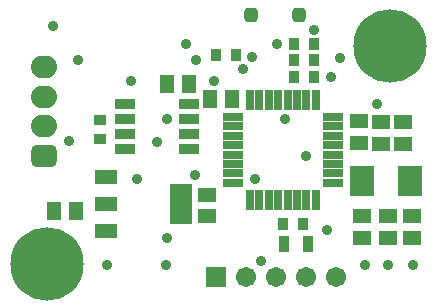
<source format=gts>
G04*
G04 #@! TF.GenerationSoftware,Altium Limited,Altium Designer,21.4.1 (30)*
G04*
G04 Layer_Color=8388736*
%FSLAX25Y25*%
%MOIN*%
G70*
G04*
G04 #@! TF.SameCoordinates,04E98196-19A4-425A-B086-7B381303791D*
G04*
G04*
G04 #@! TF.FilePolarity,Negative*
G04*
G01*
G75*
%ADD25R,0.03556X0.04147*%
G04:AMPARAMS|DCode=26|XSize=47.37mil|YSize=47.37mil|CornerRadius=13.84mil|HoleSize=0mil|Usage=FLASHONLY|Rotation=90.000|XOffset=0mil|YOffset=0mil|HoleType=Round|Shape=RoundedRectangle|*
%AMROUNDEDRECTD26*
21,1,0.04737,0.01968,0,0,90.0*
21,1,0.01968,0.04737,0,0,90.0*
1,1,0.02769,0.00984,0.00984*
1,1,0.02769,0.00984,-0.00984*
1,1,0.02769,-0.00984,-0.00984*
1,1,0.02769,-0.00984,0.00984*
%
%ADD26ROUNDEDRECTD26*%
%ADD27R,0.06115X0.04737*%
%ADD28R,0.07690X0.13398*%
%ADD29R,0.07690X0.04540*%
%ADD30R,0.08280X0.10249*%
%ADD31R,0.06607X0.03162*%
%ADD32R,0.03162X0.06607*%
%ADD33R,0.04737X0.06115*%
%ADD34R,0.03753X0.05721*%
%ADD35R,0.06902X0.03556*%
%ADD36R,0.04147X0.03556*%
%ADD37C,0.24422*%
G04:AMPARAMS|DCode=38|XSize=74.93mil|YSize=86.74mil|CornerRadius=20.73mil|HoleSize=0mil|Usage=FLASHONLY|Rotation=90.000|XOffset=0mil|YOffset=0mil|HoleType=Round|Shape=RoundedRectangle|*
%AMROUNDEDRECTD38*
21,1,0.07493,0.04528,0,0,90.0*
21,1,0.03347,0.08674,0,0,90.0*
1,1,0.04146,0.02264,0.01673*
1,1,0.04146,0.02264,-0.01673*
1,1,0.04146,-0.02264,-0.01673*
1,1,0.04146,-0.02264,0.01673*
%
%ADD38ROUNDEDRECTD38*%
%ADD39O,0.08674X0.07493*%
%ADD40C,0.06706*%
%ADD41R,0.06706X0.06706*%
%ADD42C,0.03556*%
D25*
X102520Y86898D02*
D03*
X96024D02*
D03*
Y76157D02*
D03*
X102520D02*
D03*
X70150Y83480D02*
D03*
X76646D02*
D03*
X96024Y81528D02*
D03*
X102520D02*
D03*
X92437Y26850D02*
D03*
X98933D02*
D03*
D26*
X97638Y96661D02*
D03*
X81528D02*
D03*
D27*
X124976Y53701D02*
D03*
Y60984D02*
D03*
X117654Y61248D02*
D03*
Y53965D02*
D03*
X66882Y29555D02*
D03*
Y36839D02*
D03*
X132299Y53740D02*
D03*
Y61024D02*
D03*
X118630Y22496D02*
D03*
Y29779D02*
D03*
X135228Y22496D02*
D03*
Y29779D02*
D03*
X127417Y22496D02*
D03*
Y29779D02*
D03*
D28*
X58291Y33685D02*
D03*
D29*
X33488Y24630D02*
D03*
Y33685D02*
D03*
Y42740D02*
D03*
D30*
X134772Y41496D02*
D03*
X118630D02*
D03*
D31*
X108953Y40724D02*
D03*
Y43874D02*
D03*
Y47024D02*
D03*
Y50173D02*
D03*
Y53323D02*
D03*
Y56472D02*
D03*
Y59622D02*
D03*
Y62772D02*
D03*
X75583D02*
D03*
Y59622D02*
D03*
Y56472D02*
D03*
Y53323D02*
D03*
Y50173D02*
D03*
Y47024D02*
D03*
Y43874D02*
D03*
Y40724D02*
D03*
D32*
X103291Y68433D02*
D03*
X100142D02*
D03*
X96992D02*
D03*
X93843D02*
D03*
X90693D02*
D03*
X87543D02*
D03*
X84394D02*
D03*
X81244D02*
D03*
Y35063D02*
D03*
X84394D02*
D03*
X87543D02*
D03*
X90693D02*
D03*
X93843D02*
D03*
X96992D02*
D03*
X100142D02*
D03*
X103291D02*
D03*
D33*
X53740Y73716D02*
D03*
X61024D02*
D03*
X75406Y68835D02*
D03*
X68122D02*
D03*
X15886Y31244D02*
D03*
X23169D02*
D03*
D34*
X92724Y20504D02*
D03*
X100598D02*
D03*
D35*
X61000Y52000D02*
D03*
Y57000D02*
D03*
Y62000D02*
D03*
Y67000D02*
D03*
X39543D02*
D03*
Y62000D02*
D03*
Y57000D02*
D03*
Y52000D02*
D03*
D36*
X31244Y55335D02*
D03*
Y61831D02*
D03*
D37*
X13669Y13669D02*
D03*
X127905Y86409D02*
D03*
D38*
X12693Y49795D02*
D03*
D39*
Y59638D02*
D03*
Y69480D02*
D03*
Y79323D02*
D03*
D40*
X109827Y9276D02*
D03*
X99827D02*
D03*
X89827D02*
D03*
X79827D02*
D03*
D41*
X69827D02*
D03*
D42*
X20992Y54677D02*
D03*
X79087Y78598D02*
D03*
X84945Y14646D02*
D03*
X102520Y91780D02*
D03*
X62976Y43449D02*
D03*
X92945Y61858D02*
D03*
X83102Y42173D02*
D03*
X63417Y81543D02*
D03*
X53575Y61858D02*
D03*
Y22488D02*
D03*
X43732Y42173D02*
D03*
X24047Y81543D02*
D03*
X90315Y86898D02*
D03*
X111278Y82210D02*
D03*
X108418Y76075D02*
D03*
X123512Y66882D02*
D03*
X50283Y54189D02*
D03*
X15623Y93012D02*
D03*
X60047Y86898D02*
D03*
X33686Y13437D02*
D03*
X53213D02*
D03*
X106913Y24898D02*
D03*
X119606Y13181D02*
D03*
X41496Y74693D02*
D03*
X135716Y13181D02*
D03*
X127417D02*
D03*
X69323Y74693D02*
D03*
X82067Y82733D02*
D03*
X100079Y49795D02*
D03*
M02*

</source>
